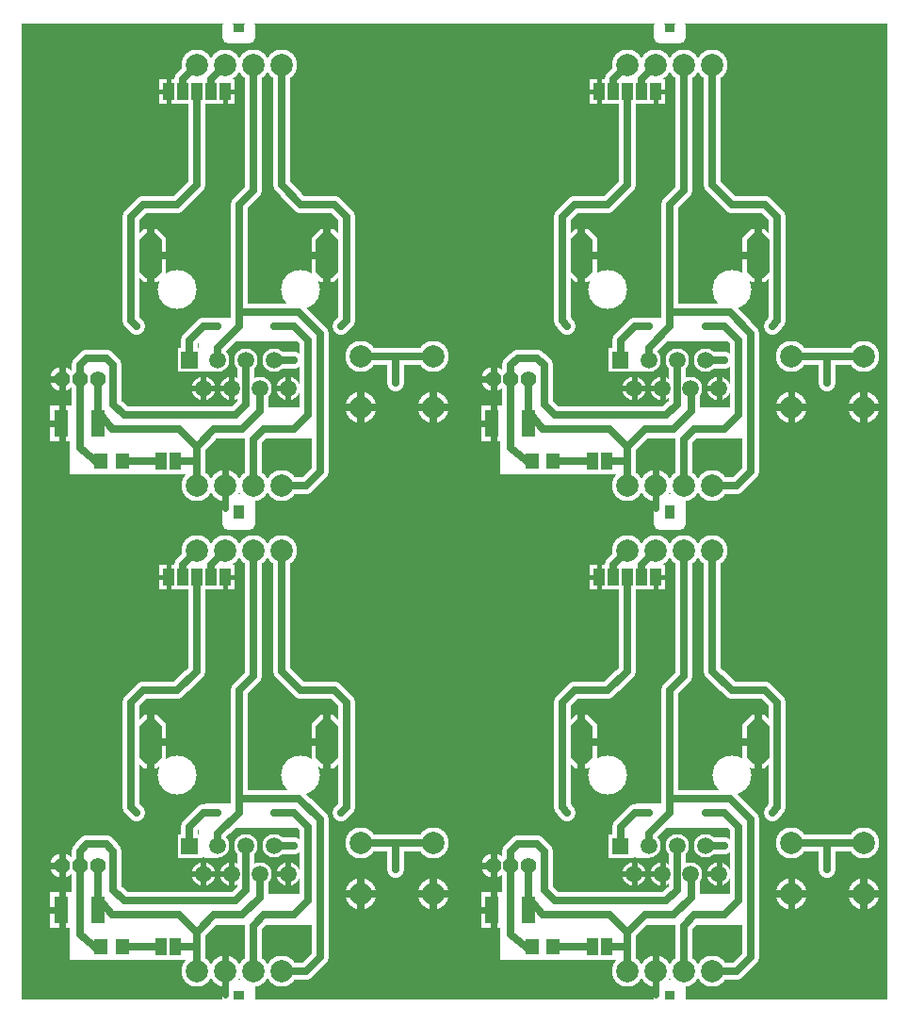
<source format=gbr>
%FSLAX34Y34*%
%MOMM*%
%LNCOPPER_BOTTOM*%
G71*
G01*
%ADD10C, 3.500*%
%ADD11C, 2.100*%
%ADD12C, 2.200*%
%ADD13C, 2.800*%
%ADD14C, 1.500*%
%ADD15C, 1.100*%
%ADD16C, 1.100*%
%ADD17C, 1.000*%
%ADD18C, 0.500*%
%ADD19C, 0.600*%
%ADD20R, 1.800X2.300*%
%ADD21C, 0.400*%
%ADD22C, 0.100*%
%ADD23C, 0.700*%
%ADD24R, 2.100X2.200*%
%ADD25C, 0.667*%
%ADD26C, 1.500*%
%ADD27C, 1.400*%
%ADD28C, 2.000*%
%ADD29C, 0.700*%
%ADD30C, 0.700*%
%ADD31R, 1.000X1.500*%
%ADD32R, 1.300X1.400*%
%LPD*%
G36*
X12Y12D02*
X778012Y12D01*
X778012Y-875988D01*
X12Y-875988D01*
X12Y12D01*
G37*
%LPC*%
X250825Y-238125D02*
G54D10*
D03*
X201612Y-301625D02*
G54D11*
D03*
X188812Y-327025D02*
G54D11*
D03*
X163412Y-327025D02*
G54D11*
D03*
X227012Y-301625D02*
G54D11*
D03*
G36*
X161312Y-312125D02*
X140312Y-312125D01*
X140312Y-291125D01*
X161312Y-291125D01*
X161312Y-312125D01*
G37*
X214212Y-327025D02*
G54D11*
D03*
X239612Y-327025D02*
G54D11*
D03*
X176212Y-301625D02*
G54D11*
D03*
X139700Y-238125D02*
G54D10*
D03*
G36*
X101912Y-192152D02*
X110102Y-183962D01*
X121722Y-183962D01*
X129912Y-192152D01*
X129912Y-223772D01*
X121722Y-231962D01*
X110102Y-231962D01*
X101912Y-223772D01*
X101912Y-192152D01*
G37*
G36*
X260612Y-192152D02*
X268802Y-183962D01*
X280422Y-183962D01*
X288612Y-192152D01*
X288612Y-223772D01*
X280422Y-231962D01*
X268802Y-231962D01*
X260612Y-223772D01*
X260612Y-192152D01*
G37*
X36538Y-319062D02*
G54D12*
D03*
X52388Y-319088D02*
G54D12*
D03*
X68262Y-319088D02*
G54D12*
D03*
X369912Y-344462D02*
G54D13*
D03*
X369888Y-298450D02*
G54D13*
D03*
X304812Y-344462D02*
G54D13*
D03*
X304800Y-298575D02*
G54D13*
D03*
X233362Y-414338D02*
G54D13*
D03*
X207962Y-414338D02*
G54D13*
D03*
X182562Y-414338D02*
G54D13*
D03*
X157162Y-414338D02*
G54D13*
D03*
G54D14*
X214312Y-328612D02*
X214312Y-347662D01*
X198438Y-363538D01*
X173038Y-363538D01*
X157162Y-379412D01*
X157162Y-411162D01*
G54D14*
X68262Y-319088D02*
X68262Y-347662D01*
X80962Y-363538D01*
X141288Y-363538D01*
X157162Y-379412D01*
G54D14*
X201612Y-300038D02*
X201612Y-341312D01*
X192088Y-350838D01*
X92075Y-350838D01*
X82550Y-341312D01*
G54D14*
X82550Y-341312D02*
X82550Y-306388D01*
X76200Y-300038D01*
G54D14*
X76200Y-300038D02*
X58738Y-300038D01*
X52388Y-306388D01*
X52388Y-319088D01*
G54D14*
X268300Y-301612D02*
X268300Y-401625D01*
X255600Y-414325D01*
X233375Y-414325D01*
X287350Y-271450D02*
G54D15*
D03*
X227012Y-271462D02*
G54D16*
D03*
G54D14*
X268300Y-301612D02*
X268300Y-277800D01*
X249250Y-258750D01*
X103188Y-363538D02*
G54D15*
D03*
X336550Y-322262D02*
G54D15*
D03*
G54D14*
X227012Y-301625D02*
X244475Y-301625D01*
X103200Y-271450D02*
G54D15*
D03*
X176212Y-271462D02*
G54D15*
D03*
X244475Y-301625D02*
G54D15*
D03*
X185800Y-436562D02*
G54D17*
D03*
X185800Y-433388D02*
G54D17*
D03*
X185800Y-430212D02*
G54D17*
D03*
X185800Y-427038D02*
G54D17*
D03*
X188975Y-427038D02*
G54D17*
D03*
X192150Y-427038D02*
G54D17*
D03*
X195325Y-427038D02*
G54D17*
D03*
X198500Y-427038D02*
G54D17*
D03*
X201675Y-427038D02*
G54D17*
D03*
X204850Y-427038D02*
G54D17*
D03*
X204850Y-430212D02*
G54D17*
D03*
X204850Y-433388D02*
G54D17*
D03*
X204850Y-436562D02*
G54D17*
D03*
X185800Y-3175D02*
G54D17*
D03*
X185800Y-6350D02*
G54D17*
D03*
X185800Y-9525D02*
G54D17*
D03*
X185800Y-12700D02*
G54D17*
D03*
X188975Y-12700D02*
G54D17*
D03*
X192150Y-12700D02*
G54D17*
D03*
X195325Y-12700D02*
G54D17*
D03*
X198500Y-12700D02*
G54D17*
D03*
X201675Y-12700D02*
G54D17*
D03*
X204850Y-12700D02*
G54D17*
D03*
X204850Y-9525D02*
G54D17*
D03*
X204850Y-6350D02*
G54D17*
D03*
X204850Y-3175D02*
G54D17*
D03*
X185800Y-438150D02*
G54D17*
D03*
X204850Y-438150D02*
G54D17*
D03*
X204850Y-434975D02*
G54D17*
D03*
X204850Y-431800D02*
G54D17*
D03*
X204850Y-428625D02*
G54D17*
D03*
X203262Y-427038D02*
G54D17*
D03*
X200088Y-427038D02*
G54D17*
D03*
X196912Y-427038D02*
G54D17*
D03*
X193738Y-427038D02*
G54D17*
D03*
X190562Y-427038D02*
G54D17*
D03*
X187388Y-427038D02*
G54D17*
D03*
X185800Y-428625D02*
G54D17*
D03*
X185800Y-431800D02*
G54D17*
D03*
X185800Y-434975D02*
G54D17*
D03*
X185800Y-4762D02*
G54D17*
D03*
X185800Y-7938D02*
G54D17*
D03*
X185800Y-11112D02*
G54D17*
D03*
X187388Y-12700D02*
G54D17*
D03*
X190562Y-12700D02*
G54D17*
D03*
X193738Y-12700D02*
G54D17*
D03*
X196912Y-12700D02*
G54D17*
D03*
X200088Y-12700D02*
G54D17*
D03*
X203262Y-12700D02*
G54D17*
D03*
X204850Y-11112D02*
G54D17*
D03*
X204850Y-7938D02*
G54D17*
D03*
X204850Y-4762D02*
G54D17*
D03*
X185800Y-1588D02*
G54D17*
D03*
X204850Y-1588D02*
G54D17*
D03*
G54D18*
X163525Y-327012D02*
X149238Y-327012D01*
G54D18*
X188925Y-327012D02*
X163525Y-327012D01*
G54D18*
X228612Y-327012D02*
X239725Y-327012D01*
G54D18*
X163525Y-339712D02*
X163525Y-314312D01*
G54D18*
X188925Y-339712D02*
X188925Y-314312D01*
G54D18*
X239725Y-339712D02*
X239725Y-314312D01*
G54D19*
X182575Y-396862D02*
X182575Y-434962D01*
G54D19*
X34938Y-358762D02*
X19062Y-358762D01*
G54D19*
X36525Y-304788D02*
X36525Y-331775D01*
G54D19*
X34938Y-319075D02*
X20650Y-319075D01*
G54D19*
X36525Y-339712D02*
X36525Y-376225D01*
X169875Y-60312D02*
G54D20*
D03*
X144475Y-60312D02*
G54D20*
D03*
X182575Y-60312D02*
G54D20*
D03*
X157175Y-60312D02*
G54D20*
D03*
G54D14*
X157175Y-36500D02*
X144475Y-49200D01*
X144475Y-55550D01*
G54D14*
X182575Y-36500D02*
X169875Y-49200D01*
X169875Y-57138D01*
X131775Y-60312D02*
G54D20*
D03*
G54D21*
X182575Y-60312D02*
X182575Y-74600D01*
G54D21*
X182575Y-60312D02*
X195275Y-60312D01*
G54D21*
X131775Y-60312D02*
X117488Y-60312D01*
G54D21*
X131775Y-42850D02*
X131775Y-77775D01*
G36*
X57112Y-344462D02*
X274612Y-344462D01*
X274612Y-371462D01*
X57112Y-371462D01*
X57112Y-344462D01*
G37*
G54D22*
X57112Y-344462D02*
X274612Y-344462D01*
X274612Y-371462D01*
X57112Y-371462D01*
X57112Y-344462D01*
G54D14*
X157175Y-60312D02*
X157175Y-144450D01*
X139712Y-161913D01*
G54D14*
X139712Y-161913D02*
X109550Y-161913D01*
X98438Y-173025D01*
G54D14*
X233375Y-36500D02*
X233375Y-144450D01*
X250838Y-161913D01*
G54D14*
X250838Y-161913D02*
X281000Y-161913D01*
X292112Y-173025D01*
G54D14*
X304812Y-298438D02*
X369900Y-298438D01*
G54D14*
X150825Y-301612D02*
X150825Y-284150D01*
X163525Y-271450D01*
X176225Y-271450D01*
G54D14*
X227025Y-271450D02*
X244488Y-271450D01*
X257188Y-284150D01*
G54D14*
X257188Y-284150D02*
X257188Y-350825D01*
X244488Y-363525D01*
G54D14*
X244488Y-363525D02*
X217500Y-363525D01*
X207975Y-373050D01*
X207975Y-414325D01*
G54D14*
X249250Y-258750D02*
X195275Y-258750D01*
G54D14*
X292112Y-173025D02*
X292112Y-266688D01*
X287350Y-271450D01*
G54D14*
X336563Y-322250D02*
X336576Y-298424D01*
G36*
X158812Y-276162D02*
X176212Y-276162D01*
X176212Y-311162D01*
X158812Y-311162D01*
X158812Y-276162D01*
G37*
G54D22*
X158812Y-276162D02*
X176212Y-276162D01*
X176212Y-311162D01*
X158812Y-311162D01*
X158812Y-276162D01*
G36*
X54012Y-303162D02*
X80975Y-303162D01*
X80975Y-312762D01*
X54012Y-312762D01*
X54012Y-303150D01*
X54012Y-303162D01*
G37*
G54D22*
X54012Y-303162D02*
X80975Y-303162D01*
X80975Y-312762D01*
X54012Y-312762D01*
X54012Y-303150D01*
X54012Y-303162D01*
G54D23*
X115900Y-207950D02*
X136538Y-207950D01*
G54D23*
X254012Y-207950D02*
X274650Y-207950D01*
G54D23*
X115900Y-179375D02*
X115900Y-234938D01*
G54D23*
X274650Y-179375D02*
X274650Y-234938D01*
G36*
X249212Y-284162D02*
X165112Y-284162D01*
X165112Y-263562D01*
X249212Y-263562D01*
X249212Y-284162D01*
G37*
G54D22*
X249212Y-284162D02*
X165112Y-284162D01*
X165112Y-263562D01*
X249212Y-263562D01*
X249212Y-284162D01*
G54D14*
X98350Y-173025D02*
X98350Y-266688D01*
X103112Y-271450D01*
G54D14*
X176225Y-300025D02*
X176225Y-290500D01*
X195275Y-271450D01*
X195275Y-161913D01*
G54D14*
X195275Y-161913D02*
X207975Y-149213D01*
X207975Y-36500D01*
G54D14*
X52400Y-319075D02*
X52400Y-380988D01*
X69862Y-395275D01*
X125425Y-392100D02*
G54D20*
D03*
X138125Y-392100D02*
G54D20*
D03*
G54D14*
X90450Y-392100D02*
X125425Y-392100D01*
G54D14*
X157175Y-392100D02*
X138125Y-392100D01*
G36*
X42912Y-371450D02*
X152412Y-371462D01*
X152412Y-403250D01*
X42875Y-403212D01*
X42912Y-371450D01*
G37*
G54D22*
X42912Y-371450D02*
X152412Y-371462D01*
X152412Y-403250D01*
X42875Y-403212D01*
X42912Y-371450D01*
X71450Y-392100D02*
G54D24*
D03*
X90450Y-392100D02*
G54D24*
D03*
G36*
X58276Y-342762D02*
X78276Y-342762D01*
X78276Y-374762D01*
X58276Y-374762D01*
X58276Y-342762D01*
G37*
G36*
X25476Y-342762D02*
X45476Y-342762D01*
X45476Y-374762D01*
X25476Y-374762D01*
X25476Y-342762D01*
G37*
X157162Y-36462D02*
G54D13*
D03*
X182562Y-36462D02*
G54D13*
D03*
X207962Y-36462D02*
G54D13*
D03*
X233362Y-36462D02*
G54D13*
D03*
G36*
X63500Y-325438D02*
X63500Y-344462D01*
X57075Y-344462D01*
X57075Y-325438D01*
X63500Y-325438D01*
G37*
G54D22*
X63500Y-325438D02*
X63500Y-344462D01*
X57075Y-344462D01*
X57075Y-325438D01*
X63500Y-325438D01*
X638175Y-238125D02*
G54D10*
D03*
X588962Y-301625D02*
G54D11*
D03*
X576162Y-327025D02*
G54D11*
D03*
X550762Y-327025D02*
G54D11*
D03*
X614362Y-301625D02*
G54D11*
D03*
G36*
X548662Y-312125D02*
X527662Y-312125D01*
X527662Y-291125D01*
X548662Y-291125D01*
X548662Y-312125D01*
G37*
X601562Y-327025D02*
G54D11*
D03*
X626962Y-327025D02*
G54D11*
D03*
X563562Y-301625D02*
G54D11*
D03*
X527050Y-238125D02*
G54D10*
D03*
G36*
X489262Y-192152D02*
X497452Y-183962D01*
X509072Y-183962D01*
X517262Y-192152D01*
X517262Y-223772D01*
X509072Y-231962D01*
X497452Y-231962D01*
X489262Y-223772D01*
X489262Y-192152D01*
G37*
G36*
X647962Y-192152D02*
X656152Y-183962D01*
X667772Y-183962D01*
X675962Y-192152D01*
X675962Y-223772D01*
X667772Y-231962D01*
X656152Y-231962D01*
X647962Y-223772D01*
X647962Y-192152D01*
G37*
X423888Y-319062D02*
G54D12*
D03*
X439738Y-319088D02*
G54D12*
D03*
X455612Y-319088D02*
G54D12*
D03*
X757262Y-344462D02*
G54D13*
D03*
X757238Y-298450D02*
G54D13*
D03*
X692162Y-344462D02*
G54D13*
D03*
X692150Y-298575D02*
G54D13*
D03*
X620712Y-414338D02*
G54D13*
D03*
X595312Y-414338D02*
G54D13*
D03*
X569912Y-414338D02*
G54D13*
D03*
X544512Y-414338D02*
G54D13*
D03*
G54D14*
X601662Y-328612D02*
X601662Y-347662D01*
X585788Y-363538D01*
X560388Y-363538D01*
X544512Y-379412D01*
X544512Y-411162D01*
G54D14*
X455612Y-319088D02*
X455612Y-347662D01*
X468312Y-363538D01*
X528638Y-363538D01*
X544512Y-379412D01*
G54D14*
X588962Y-300038D02*
X588962Y-341312D01*
X579438Y-350838D01*
X479425Y-350838D01*
X469900Y-341312D01*
G54D14*
X469900Y-341312D02*
X469900Y-306388D01*
X463550Y-300038D01*
G54D14*
X463550Y-300038D02*
X446088Y-300038D01*
X439738Y-306388D01*
X439738Y-319088D01*
G54D14*
X655650Y-301612D02*
X655650Y-401625D01*
X642950Y-414325D01*
X620725Y-414325D01*
X674700Y-271450D02*
G54D15*
D03*
X614362Y-271462D02*
G54D16*
D03*
G54D14*
X655650Y-301612D02*
X655650Y-277800D01*
X636600Y-258750D01*
X490538Y-363538D02*
G54D15*
D03*
X723900Y-322262D02*
G54D15*
D03*
G54D14*
X614362Y-301625D02*
X631825Y-301625D01*
X490550Y-271450D02*
G54D15*
D03*
X563562Y-271462D02*
G54D15*
D03*
X631825Y-301625D02*
G54D15*
D03*
X573150Y-436562D02*
G54D17*
D03*
X573150Y-433388D02*
G54D17*
D03*
X573150Y-430212D02*
G54D17*
D03*
X573150Y-427038D02*
G54D17*
D03*
X576325Y-427038D02*
G54D17*
D03*
X579500Y-427038D02*
G54D17*
D03*
X582675Y-427038D02*
G54D17*
D03*
X585850Y-427038D02*
G54D17*
D03*
X589025Y-427038D02*
G54D17*
D03*
X592200Y-427038D02*
G54D17*
D03*
X592200Y-430212D02*
G54D17*
D03*
X592200Y-433388D02*
G54D17*
D03*
X592200Y-436562D02*
G54D17*
D03*
X573150Y-3175D02*
G54D17*
D03*
X573150Y-6350D02*
G54D17*
D03*
X573150Y-9525D02*
G54D17*
D03*
X573150Y-12700D02*
G54D17*
D03*
X576325Y-12700D02*
G54D17*
D03*
X579500Y-12700D02*
G54D17*
D03*
X582675Y-12700D02*
G54D17*
D03*
X585850Y-12700D02*
G54D17*
D03*
X589025Y-12700D02*
G54D17*
D03*
X592200Y-12700D02*
G54D17*
D03*
X592200Y-9525D02*
G54D17*
D03*
X592200Y-6350D02*
G54D17*
D03*
X592200Y-3175D02*
G54D17*
D03*
X573150Y-438150D02*
G54D17*
D03*
X592200Y-438150D02*
G54D17*
D03*
X592200Y-434975D02*
G54D17*
D03*
X592200Y-431800D02*
G54D17*
D03*
X592200Y-428625D02*
G54D17*
D03*
X590612Y-427038D02*
G54D17*
D03*
X587438Y-427038D02*
G54D17*
D03*
X584262Y-427038D02*
G54D17*
D03*
X581088Y-427038D02*
G54D17*
D03*
X577912Y-427038D02*
G54D17*
D03*
X574738Y-427038D02*
G54D17*
D03*
X573150Y-428625D02*
G54D17*
D03*
X573150Y-431800D02*
G54D17*
D03*
X573150Y-434975D02*
G54D17*
D03*
X573150Y-4762D02*
G54D17*
D03*
X573150Y-7938D02*
G54D17*
D03*
X573150Y-11112D02*
G54D17*
D03*
X574738Y-12700D02*
G54D17*
D03*
X577912Y-12700D02*
G54D17*
D03*
X581088Y-12700D02*
G54D17*
D03*
X584262Y-12700D02*
G54D17*
D03*
X587438Y-12700D02*
G54D17*
D03*
X590612Y-12700D02*
G54D17*
D03*
X592200Y-11112D02*
G54D17*
D03*
X592200Y-7938D02*
G54D17*
D03*
X592200Y-4762D02*
G54D17*
D03*
X573150Y-1588D02*
G54D17*
D03*
X592200Y-1588D02*
G54D17*
D03*
G54D18*
X550875Y-327012D02*
X536588Y-327012D01*
G54D18*
X576275Y-327012D02*
X550875Y-327012D01*
G54D18*
X615962Y-327012D02*
X627075Y-327012D01*
G54D18*
X550875Y-339712D02*
X550875Y-314312D01*
G54D18*
X576275Y-339712D02*
X576275Y-314312D01*
G54D18*
X627075Y-339712D02*
X627075Y-314312D01*
G54D19*
X569925Y-396862D02*
X569925Y-434962D01*
G54D19*
X422288Y-358762D02*
X406412Y-358762D01*
G54D19*
X423875Y-304788D02*
X423875Y-331775D01*
G54D19*
X422288Y-319075D02*
X408000Y-319075D01*
G54D19*
X423875Y-339712D02*
X423875Y-376225D01*
X557225Y-60312D02*
G54D20*
D03*
X531825Y-60312D02*
G54D20*
D03*
X569925Y-60312D02*
G54D20*
D03*
X544525Y-60312D02*
G54D20*
D03*
G54D14*
X544525Y-36500D02*
X531825Y-49200D01*
X531825Y-55550D01*
G54D14*
X569925Y-36500D02*
X557225Y-49200D01*
X557225Y-57138D01*
X519125Y-60312D02*
G54D20*
D03*
G54D21*
X569925Y-60312D02*
X569925Y-74600D01*
G54D21*
X569925Y-60312D02*
X582625Y-60312D01*
G54D21*
X519125Y-60312D02*
X504838Y-60312D01*
G54D21*
X519125Y-42850D02*
X519125Y-77775D01*
G36*
X444462Y-344462D02*
X661962Y-344462D01*
X661962Y-371462D01*
X444462Y-371462D01*
X444462Y-344462D01*
G37*
G54D22*
X444462Y-344462D02*
X661962Y-344462D01*
X661962Y-371462D01*
X444462Y-371462D01*
X444462Y-344462D01*
G54D14*
X544525Y-60312D02*
X544525Y-144450D01*
X527062Y-161913D01*
G54D14*
X527062Y-161913D02*
X496900Y-161913D01*
X485788Y-173025D01*
G54D14*
X620725Y-36500D02*
X620725Y-144450D01*
X638188Y-161913D01*
G54D14*
X638188Y-161913D02*
X668350Y-161913D01*
X679462Y-173025D01*
G54D14*
X692162Y-298438D02*
X757250Y-298438D01*
G54D14*
X538175Y-301612D02*
X538175Y-284150D01*
X550875Y-271450D01*
X563575Y-271450D01*
G54D14*
X614375Y-271450D02*
X631838Y-271450D01*
X644538Y-284150D01*
G54D14*
X644538Y-284150D02*
X644538Y-350825D01*
X631838Y-363525D01*
G54D14*
X631838Y-363525D02*
X604850Y-363525D01*
X595325Y-373050D01*
X595325Y-414325D01*
G54D14*
X636600Y-258750D02*
X582625Y-258750D01*
G54D14*
X679462Y-173025D02*
X679462Y-266688D01*
X674700Y-271450D01*
G54D14*
X723913Y-322250D02*
X723926Y-298424D01*
G36*
X546162Y-276162D02*
X563562Y-276162D01*
X563562Y-311162D01*
X546162Y-311162D01*
X546162Y-276162D01*
G37*
G54D22*
X546162Y-276162D02*
X563562Y-276162D01*
X563562Y-311162D01*
X546162Y-311162D01*
X546162Y-276162D01*
G36*
X441362Y-303162D02*
X468325Y-303162D01*
X468325Y-312762D01*
X441362Y-312762D01*
X441362Y-303150D01*
X441362Y-303162D01*
G37*
G54D22*
X441362Y-303162D02*
X468325Y-303162D01*
X468325Y-312762D01*
X441362Y-312762D01*
X441362Y-303150D01*
X441362Y-303162D01*
G54D23*
X503250Y-207950D02*
X523888Y-207950D01*
G54D23*
X641362Y-207950D02*
X662000Y-207950D01*
G54D23*
X503250Y-179375D02*
X503250Y-234938D01*
G54D23*
X662000Y-179375D02*
X662000Y-234938D01*
G36*
X636562Y-284162D02*
X552462Y-284162D01*
X552462Y-263562D01*
X636562Y-263562D01*
X636562Y-284162D01*
G37*
G54D22*
X636562Y-284162D02*
X552462Y-284162D01*
X552462Y-263562D01*
X636562Y-263562D01*
X636562Y-284162D01*
G54D14*
X485700Y-173025D02*
X485700Y-266688D01*
X490462Y-271450D01*
G54D14*
X563575Y-300025D02*
X563575Y-290500D01*
X582625Y-271450D01*
X582625Y-161913D01*
G54D14*
X582625Y-161913D02*
X595325Y-149213D01*
X595325Y-36500D01*
G54D14*
X439750Y-319075D02*
X439750Y-380988D01*
X457212Y-395275D01*
X512775Y-392100D02*
G54D20*
D03*
X525475Y-392100D02*
G54D20*
D03*
G54D14*
X477800Y-392100D02*
X512775Y-392100D01*
G54D14*
X544525Y-392100D02*
X525475Y-392100D01*
G36*
X430262Y-371450D02*
X539762Y-371462D01*
X539762Y-403250D01*
X430225Y-403212D01*
X430262Y-371450D01*
G37*
G54D22*
X430262Y-371450D02*
X539762Y-371462D01*
X539762Y-403250D01*
X430225Y-403212D01*
X430262Y-371450D01*
X458800Y-392100D02*
G54D24*
D03*
X477800Y-392100D02*
G54D24*
D03*
G36*
X445626Y-342762D02*
X465626Y-342762D01*
X465626Y-374762D01*
X445626Y-374762D01*
X445626Y-342762D01*
G37*
G36*
X412826Y-342762D02*
X432826Y-342762D01*
X432826Y-374762D01*
X412826Y-374762D01*
X412826Y-342762D01*
G37*
X544512Y-36462D02*
G54D13*
D03*
X569912Y-36462D02*
G54D13*
D03*
X595312Y-36462D02*
G54D13*
D03*
X620712Y-36462D02*
G54D13*
D03*
G36*
X450850Y-325438D02*
X450850Y-344462D01*
X444425Y-344462D01*
X444425Y-325438D01*
X450850Y-325438D01*
G37*
G54D22*
X450850Y-325438D02*
X450850Y-344462D01*
X444425Y-344462D01*
X444425Y-325438D01*
X450850Y-325438D01*
X250825Y-674688D02*
G54D10*
D03*
X201612Y-738188D02*
G54D11*
D03*
X188812Y-763588D02*
G54D11*
D03*
X163412Y-763588D02*
G54D11*
D03*
X227012Y-738188D02*
G54D11*
D03*
G36*
X161312Y-748688D02*
X140312Y-748688D01*
X140312Y-727688D01*
X161312Y-727688D01*
X161312Y-748688D01*
G37*
X214212Y-763588D02*
G54D11*
D03*
X239612Y-763588D02*
G54D11*
D03*
X176212Y-738188D02*
G54D11*
D03*
X139700Y-674688D02*
G54D10*
D03*
G36*
X101912Y-628715D02*
X110102Y-620525D01*
X121722Y-620525D01*
X129912Y-628715D01*
X129912Y-660335D01*
X121722Y-668525D01*
X110102Y-668525D01*
X101912Y-660335D01*
X101912Y-628715D01*
G37*
G36*
X260612Y-628715D02*
X268802Y-620525D01*
X280422Y-620525D01*
X288612Y-628715D01*
X288612Y-660335D01*
X280422Y-668525D01*
X268802Y-668525D01*
X260612Y-660335D01*
X260612Y-628715D01*
G37*
X36538Y-755625D02*
G54D12*
D03*
X52388Y-755650D02*
G54D12*
D03*
X68262Y-755650D02*
G54D12*
D03*
X369912Y-781025D02*
G54D13*
D03*
X369888Y-735012D02*
G54D13*
D03*
X304812Y-781025D02*
G54D13*
D03*
X304800Y-735138D02*
G54D13*
D03*
X233362Y-850900D02*
G54D13*
D03*
X207962Y-850900D02*
G54D13*
D03*
X182562Y-850900D02*
G54D13*
D03*
X157162Y-850900D02*
G54D13*
D03*
G54D14*
X214312Y-765175D02*
X214312Y-784225D01*
X198438Y-800100D01*
X173038Y-800100D01*
X157162Y-815975D01*
X157162Y-847725D01*
G54D14*
X68262Y-755650D02*
X68262Y-784225D01*
X80962Y-800100D01*
X141288Y-800100D01*
X157162Y-815975D01*
G54D14*
X201612Y-736600D02*
X201612Y-777875D01*
X192088Y-787400D01*
X92075Y-787400D01*
X82550Y-777875D01*
G54D14*
X82550Y-777875D02*
X82550Y-742950D01*
X76200Y-736600D01*
G54D14*
X76200Y-736600D02*
X58738Y-736600D01*
X52388Y-742950D01*
X52388Y-755650D01*
G54D14*
X268300Y-738175D02*
X268300Y-838188D01*
X255600Y-850888D01*
X233375Y-850888D01*
X287350Y-708012D02*
G54D15*
D03*
X227012Y-708025D02*
G54D16*
D03*
G54D14*
X268300Y-738175D02*
X268300Y-714362D01*
X249250Y-695312D01*
X103188Y-800100D02*
G54D15*
D03*
X336550Y-758825D02*
G54D15*
D03*
G54D14*
X227012Y-738188D02*
X244475Y-738188D01*
X103200Y-708012D02*
G54D15*
D03*
X176212Y-708025D02*
G54D15*
D03*
X244475Y-738188D02*
G54D15*
D03*
X185800Y-873125D02*
G54D17*
D03*
X185800Y-869950D02*
G54D17*
D03*
X185800Y-866775D02*
G54D17*
D03*
X185800Y-863600D02*
G54D17*
D03*
X188975Y-863600D02*
G54D17*
D03*
X192150Y-863600D02*
G54D17*
D03*
X195325Y-863600D02*
G54D17*
D03*
X198500Y-863600D02*
G54D17*
D03*
X201675Y-863600D02*
G54D17*
D03*
X204850Y-863600D02*
G54D17*
D03*
X204850Y-866775D02*
G54D17*
D03*
X204850Y-869950D02*
G54D17*
D03*
X204850Y-873125D02*
G54D17*
D03*
X185800Y-439738D02*
G54D17*
D03*
X185800Y-442912D02*
G54D17*
D03*
X185800Y-446088D02*
G54D17*
D03*
X185800Y-449262D02*
G54D17*
D03*
X188975Y-449262D02*
G54D17*
D03*
X192150Y-449262D02*
G54D17*
D03*
X195325Y-449262D02*
G54D17*
D03*
X198500Y-449262D02*
G54D17*
D03*
X201675Y-449262D02*
G54D17*
D03*
X204850Y-449262D02*
G54D17*
D03*
X204850Y-446088D02*
G54D17*
D03*
X204850Y-442912D02*
G54D17*
D03*
X204850Y-439738D02*
G54D17*
D03*
X185800Y-874712D02*
G54D17*
D03*
X204850Y-874712D02*
G54D17*
D03*
X204850Y-871538D02*
G54D17*
D03*
X204850Y-868362D02*
G54D17*
D03*
X204850Y-865188D02*
G54D17*
D03*
X203262Y-863600D02*
G54D17*
D03*
X200088Y-863600D02*
G54D17*
D03*
X196912Y-863600D02*
G54D17*
D03*
X193738Y-863600D02*
G54D17*
D03*
X190562Y-863600D02*
G54D17*
D03*
X187388Y-863600D02*
G54D17*
D03*
X185800Y-865188D02*
G54D17*
D03*
X185800Y-868362D02*
G54D17*
D03*
X185800Y-871538D02*
G54D17*
D03*
X185800Y-441325D02*
G54D17*
D03*
X185800Y-444500D02*
G54D17*
D03*
X185800Y-447675D02*
G54D17*
D03*
X187388Y-449262D02*
G54D17*
D03*
X190562Y-449262D02*
G54D17*
D03*
X193738Y-449262D02*
G54D17*
D03*
X196912Y-449262D02*
G54D17*
D03*
X200088Y-449262D02*
G54D17*
D03*
X203262Y-449262D02*
G54D17*
D03*
X204850Y-447675D02*
G54D17*
D03*
X204850Y-444500D02*
G54D17*
D03*
X204850Y-441325D02*
G54D17*
D03*
X185800Y-438150D02*
G54D17*
D03*
X204850Y-438150D02*
G54D17*
D03*
G54D18*
X163525Y-763575D02*
X149238Y-763575D01*
G54D18*
X188925Y-763575D02*
X163525Y-763575D01*
G54D18*
X228612Y-763575D02*
X239725Y-763575D01*
G54D18*
X163525Y-776275D02*
X163525Y-750875D01*
G54D18*
X188925Y-776275D02*
X188925Y-750875D01*
G54D18*
X239725Y-776275D02*
X239725Y-750875D01*
G54D19*
X182575Y-833425D02*
X182575Y-871525D01*
G54D19*
X34938Y-795325D02*
X19062Y-795325D01*
G54D19*
X36525Y-741350D02*
X36525Y-768338D01*
G54D19*
X34938Y-755638D02*
X20650Y-755638D01*
G54D19*
X36525Y-776275D02*
X36525Y-812788D01*
X169875Y-496875D02*
G54D20*
D03*
X144475Y-496875D02*
G54D20*
D03*
X182575Y-496875D02*
G54D20*
D03*
X157175Y-496875D02*
G54D20*
D03*
G54D14*
X157175Y-473062D02*
X144475Y-485762D01*
X144475Y-492112D01*
G54D14*
X182575Y-473062D02*
X169875Y-485762D01*
X169875Y-493700D01*
X131775Y-496875D02*
G54D20*
D03*
G54D21*
X182575Y-496875D02*
X182575Y-511162D01*
G54D21*
X182575Y-496875D02*
X195275Y-496875D01*
G54D21*
X131775Y-496875D02*
X117488Y-496875D01*
G54D21*
X131775Y-479412D02*
X131775Y-514338D01*
G36*
X57112Y-781025D02*
X274612Y-781025D01*
X274612Y-808025D01*
X57112Y-808025D01*
X57112Y-781025D01*
G37*
G54D22*
X57112Y-781025D02*
X274612Y-781025D01*
X274612Y-808025D01*
X57112Y-808025D01*
X57112Y-781025D01*
G54D14*
X157175Y-496875D02*
X157175Y-581012D01*
X139712Y-598475D01*
G54D14*
X139712Y-598475D02*
X109550Y-598475D01*
X98438Y-609588D01*
G54D14*
X233375Y-473062D02*
X233375Y-581012D01*
X250838Y-598475D01*
G54D14*
X250838Y-598475D02*
X281000Y-598475D01*
X292112Y-609588D01*
G54D14*
X304812Y-735000D02*
X369900Y-735000D01*
G54D14*
X150825Y-738175D02*
X150825Y-720712D01*
X163525Y-708012D01*
X176225Y-708012D01*
G54D14*
X227025Y-708012D02*
X244488Y-708012D01*
X257188Y-720712D01*
G54D14*
X257188Y-720712D02*
X257188Y-787388D01*
X244488Y-800088D01*
G54D14*
X244488Y-800088D02*
X217500Y-800088D01*
X207975Y-809612D01*
X207975Y-850888D01*
G54D14*
X249250Y-695312D02*
X195275Y-695312D01*
G54D14*
X292112Y-609588D02*
X292112Y-703250D01*
X287350Y-708012D01*
G54D14*
X336563Y-758812D02*
X336576Y-734987D01*
G36*
X158812Y-712725D02*
X176212Y-712725D01*
X176212Y-747725D01*
X158812Y-747725D01*
X158812Y-712725D01*
G37*
G54D22*
X158812Y-712725D02*
X176212Y-712725D01*
X176212Y-747725D01*
X158812Y-747725D01*
X158812Y-712725D01*
G36*
X54012Y-739725D02*
X80975Y-739725D01*
X80975Y-749325D01*
X54012Y-749325D01*
X54012Y-739712D01*
X54012Y-739725D01*
G37*
G54D22*
X54012Y-739725D02*
X80975Y-739725D01*
X80975Y-749325D01*
X54012Y-749325D01*
X54012Y-739712D01*
X54012Y-739725D01*
G54D23*
X115900Y-644512D02*
X136538Y-644512D01*
G54D23*
X254012Y-644512D02*
X274650Y-644512D01*
G54D23*
X115900Y-615938D02*
X115900Y-671500D01*
G54D23*
X274650Y-615938D02*
X274650Y-671500D01*
G36*
X249212Y-720725D02*
X165112Y-720725D01*
X165112Y-700125D01*
X249212Y-700125D01*
X249212Y-720725D01*
G37*
G54D22*
X249212Y-720725D02*
X165112Y-720725D01*
X165112Y-700125D01*
X249212Y-700125D01*
X249212Y-720725D01*
G54D14*
X98350Y-609588D02*
X98350Y-703250D01*
X103112Y-708012D01*
G54D14*
X176225Y-736588D02*
X176225Y-727062D01*
X195275Y-708012D01*
X195275Y-598475D01*
G54D14*
X195275Y-598475D02*
X207975Y-585775D01*
X207975Y-473062D01*
G54D14*
X52400Y-755638D02*
X52400Y-817550D01*
X69862Y-831838D01*
X125425Y-828662D02*
G54D20*
D03*
X138125Y-828662D02*
G54D20*
D03*
G54D14*
X90450Y-828662D02*
X125425Y-828662D01*
G54D14*
X157175Y-828662D02*
X138125Y-828662D01*
G36*
X42912Y-808012D02*
X152412Y-808025D01*
X152412Y-839812D01*
X42875Y-839775D01*
X42912Y-808012D01*
G37*
G54D22*
X42912Y-808012D02*
X152412Y-808025D01*
X152412Y-839812D01*
X42875Y-839775D01*
X42912Y-808012D01*
X71450Y-828662D02*
G54D24*
D03*
X90450Y-828662D02*
G54D24*
D03*
G36*
X58276Y-779324D02*
X78276Y-779324D01*
X78276Y-811324D01*
X58276Y-811324D01*
X58276Y-779324D01*
G37*
G36*
X25476Y-779324D02*
X45476Y-779324D01*
X45476Y-811324D01*
X25476Y-811324D01*
X25476Y-779324D01*
G37*
X157162Y-473025D02*
G54D13*
D03*
X182562Y-473025D02*
G54D13*
D03*
X207962Y-473025D02*
G54D13*
D03*
X233362Y-473025D02*
G54D13*
D03*
G36*
X63500Y-762000D02*
X63500Y-781025D01*
X57075Y-781025D01*
X57075Y-762000D01*
X63500Y-762000D01*
G37*
G54D22*
X63500Y-762000D02*
X63500Y-781025D01*
X57075Y-781025D01*
X57075Y-762000D01*
X63500Y-762000D01*
X638175Y-674688D02*
G54D10*
D03*
X588962Y-738188D02*
G54D11*
D03*
X576162Y-763588D02*
G54D11*
D03*
X550762Y-763588D02*
G54D11*
D03*
X614362Y-738188D02*
G54D11*
D03*
G36*
X548662Y-748688D02*
X527662Y-748688D01*
X527662Y-727688D01*
X548662Y-727688D01*
X548662Y-748688D01*
G37*
X601562Y-763588D02*
G54D11*
D03*
X626962Y-763588D02*
G54D11*
D03*
X563562Y-738188D02*
G54D11*
D03*
X527050Y-674688D02*
G54D10*
D03*
G36*
X489262Y-628715D02*
X497452Y-620525D01*
X509072Y-620525D01*
X517262Y-628715D01*
X517262Y-660335D01*
X509072Y-668525D01*
X497452Y-668525D01*
X489262Y-660335D01*
X489262Y-628715D01*
G37*
G36*
X647962Y-628715D02*
X656152Y-620525D01*
X667772Y-620525D01*
X675962Y-628715D01*
X675962Y-660335D01*
X667772Y-668525D01*
X656152Y-668525D01*
X647962Y-660335D01*
X647962Y-628715D01*
G37*
X423888Y-755625D02*
G54D12*
D03*
X439738Y-755650D02*
G54D12*
D03*
X455612Y-755650D02*
G54D12*
D03*
X757262Y-781025D02*
G54D13*
D03*
X757238Y-735012D02*
G54D13*
D03*
X692162Y-781025D02*
G54D13*
D03*
X692150Y-735138D02*
G54D13*
D03*
X620712Y-850900D02*
G54D13*
D03*
X595312Y-850900D02*
G54D13*
D03*
X569912Y-850900D02*
G54D13*
D03*
X544512Y-850900D02*
G54D13*
D03*
G54D14*
X601662Y-765175D02*
X601662Y-784225D01*
X585788Y-800100D01*
X560388Y-800100D01*
X544512Y-815975D01*
X544512Y-847725D01*
G54D14*
X455612Y-755650D02*
X455612Y-784225D01*
X468312Y-800100D01*
X528638Y-800100D01*
X544512Y-815975D01*
G54D14*
X588962Y-736600D02*
X588962Y-777875D01*
X579438Y-787400D01*
X479425Y-787400D01*
X469900Y-777875D01*
G54D14*
X469900Y-777875D02*
X469900Y-742950D01*
X463550Y-736600D01*
G54D14*
X463550Y-736600D02*
X446088Y-736600D01*
X439738Y-742950D01*
X439738Y-755650D01*
G54D14*
X655650Y-738175D02*
X655650Y-838188D01*
X642950Y-850888D01*
X620725Y-850888D01*
X674700Y-708012D02*
G54D15*
D03*
X614362Y-708025D02*
G54D16*
D03*
G54D14*
X655650Y-738175D02*
X655650Y-714362D01*
X636600Y-695312D01*
X490538Y-800100D02*
G54D15*
D03*
X723900Y-758825D02*
G54D15*
D03*
G54D14*
X614362Y-738188D02*
X631825Y-738188D01*
X490550Y-708012D02*
G54D15*
D03*
X563562Y-708025D02*
G54D15*
D03*
X631825Y-738188D02*
G54D15*
D03*
X573150Y-873125D02*
G54D17*
D03*
X573150Y-869950D02*
G54D17*
D03*
X573150Y-866775D02*
G54D17*
D03*
X573150Y-863600D02*
G54D17*
D03*
X576325Y-863600D02*
G54D17*
D03*
X579500Y-863600D02*
G54D17*
D03*
X582675Y-863600D02*
G54D17*
D03*
X585850Y-863600D02*
G54D17*
D03*
X589025Y-863600D02*
G54D17*
D03*
X592200Y-863600D02*
G54D17*
D03*
X592200Y-866775D02*
G54D17*
D03*
X592200Y-869950D02*
G54D17*
D03*
X592200Y-873125D02*
G54D17*
D03*
X573150Y-439738D02*
G54D17*
D03*
X573150Y-442912D02*
G54D17*
D03*
X573150Y-446088D02*
G54D17*
D03*
X573150Y-449262D02*
G54D17*
D03*
X576325Y-449262D02*
G54D17*
D03*
X579500Y-449262D02*
G54D17*
D03*
X582675Y-449262D02*
G54D17*
D03*
X585850Y-449262D02*
G54D17*
D03*
X589025Y-449262D02*
G54D17*
D03*
X592200Y-449262D02*
G54D17*
D03*
X592200Y-446088D02*
G54D17*
D03*
X592200Y-442912D02*
G54D17*
D03*
X592200Y-439738D02*
G54D17*
D03*
X573150Y-874712D02*
G54D17*
D03*
X592200Y-874712D02*
G54D17*
D03*
X592200Y-871538D02*
G54D17*
D03*
X592200Y-868362D02*
G54D17*
D03*
X592200Y-865188D02*
G54D17*
D03*
X590612Y-863600D02*
G54D17*
D03*
X587438Y-863600D02*
G54D17*
D03*
X584262Y-863600D02*
G54D17*
D03*
X581088Y-863600D02*
G54D17*
D03*
X577912Y-863600D02*
G54D17*
D03*
X574738Y-863600D02*
G54D17*
D03*
X573150Y-865188D02*
G54D17*
D03*
X573150Y-868362D02*
G54D17*
D03*
X573150Y-871538D02*
G54D17*
D03*
X573150Y-441325D02*
G54D17*
D03*
X573150Y-444500D02*
G54D17*
D03*
X573150Y-447675D02*
G54D17*
D03*
X574738Y-449262D02*
G54D17*
D03*
X577912Y-449262D02*
G54D17*
D03*
X581088Y-449262D02*
G54D17*
D03*
X584262Y-449262D02*
G54D17*
D03*
X587438Y-449262D02*
G54D17*
D03*
X590612Y-449262D02*
G54D17*
D03*
X592200Y-447675D02*
G54D17*
D03*
X592200Y-444500D02*
G54D17*
D03*
X592200Y-441325D02*
G54D17*
D03*
X573150Y-438150D02*
G54D17*
D03*
X592200Y-438150D02*
G54D17*
D03*
G54D18*
X550875Y-763575D02*
X536588Y-763575D01*
G54D18*
X576275Y-763575D02*
X550875Y-763575D01*
G54D18*
X615962Y-763575D02*
X627075Y-763575D01*
G54D18*
X550875Y-776275D02*
X550875Y-750875D01*
G54D18*
X576275Y-776275D02*
X576275Y-750875D01*
G54D18*
X627075Y-776275D02*
X627075Y-750875D01*
G54D19*
X569925Y-833425D02*
X569925Y-871525D01*
G54D19*
X422288Y-795325D02*
X406412Y-795325D01*
G54D19*
X423875Y-741350D02*
X423875Y-768338D01*
G54D19*
X422288Y-755638D02*
X408000Y-755638D01*
G54D19*
X423875Y-776275D02*
X423875Y-812788D01*
X557225Y-496875D02*
G54D20*
D03*
X531825Y-496875D02*
G54D20*
D03*
X569925Y-496875D02*
G54D20*
D03*
X544525Y-496875D02*
G54D20*
D03*
G54D14*
X544525Y-473062D02*
X531825Y-485762D01*
X531825Y-492112D01*
G54D14*
X569925Y-473062D02*
X557225Y-485762D01*
X557225Y-493700D01*
X519125Y-496875D02*
G54D20*
D03*
G54D21*
X569925Y-496875D02*
X569925Y-511162D01*
G54D21*
X569925Y-496875D02*
X582625Y-496875D01*
G54D21*
X519125Y-496875D02*
X504838Y-496875D01*
G54D21*
X519125Y-479412D02*
X519125Y-514338D01*
G36*
X444462Y-781025D02*
X661962Y-781025D01*
X661962Y-808025D01*
X444462Y-808025D01*
X444462Y-781025D01*
G37*
G54D22*
X444462Y-781025D02*
X661962Y-781025D01*
X661962Y-808025D01*
X444462Y-808025D01*
X444462Y-781025D01*
G54D14*
X544525Y-496875D02*
X544525Y-581012D01*
X527062Y-598475D01*
G54D14*
X527062Y-598475D02*
X496900Y-598475D01*
X485788Y-609588D01*
G54D14*
X620725Y-473062D02*
X620725Y-581012D01*
X638188Y-598475D01*
G54D14*
X638188Y-598475D02*
X668350Y-598475D01*
X679462Y-609588D01*
G54D14*
X692162Y-735000D02*
X757250Y-735000D01*
G54D14*
X538175Y-738175D02*
X538175Y-720712D01*
X550875Y-708012D01*
X563575Y-708012D01*
G54D14*
X614375Y-708012D02*
X631838Y-708012D01*
X644538Y-720712D01*
G54D14*
X644538Y-720712D02*
X644538Y-787388D01*
X631838Y-800088D01*
G54D14*
X631838Y-800088D02*
X604850Y-800088D01*
X595325Y-809612D01*
X595325Y-850888D01*
G54D14*
X636600Y-695312D02*
X582625Y-695312D01*
G54D14*
X679462Y-609588D02*
X679462Y-703250D01*
X674700Y-708012D01*
G54D14*
X723913Y-758812D02*
X723926Y-734987D01*
G36*
X546162Y-712725D02*
X563562Y-712725D01*
X563562Y-747725D01*
X546162Y-747725D01*
X546162Y-712725D01*
G37*
G54D22*
X546162Y-712725D02*
X563562Y-712725D01*
X563562Y-747725D01*
X546162Y-747725D01*
X546162Y-712725D01*
G36*
X441362Y-739725D02*
X468325Y-739725D01*
X468325Y-749325D01*
X441362Y-749325D01*
X441362Y-739712D01*
X441362Y-739725D01*
G37*
G54D22*
X441362Y-739725D02*
X468325Y-739725D01*
X468325Y-749325D01*
X441362Y-749325D01*
X441362Y-739712D01*
X441362Y-739725D01*
G54D23*
X503250Y-644512D02*
X523888Y-644512D01*
G54D23*
X641362Y-644512D02*
X662000Y-644512D01*
G54D23*
X503250Y-615938D02*
X503250Y-671500D01*
G54D23*
X662000Y-615938D02*
X662000Y-671500D01*
G36*
X636562Y-720725D02*
X552462Y-720725D01*
X552462Y-700125D01*
X636562Y-700125D01*
X636562Y-720725D01*
G37*
G54D22*
X636562Y-720725D02*
X552462Y-720725D01*
X552462Y-700125D01*
X636562Y-700125D01*
X636562Y-720725D01*
G54D14*
X485700Y-609588D02*
X485700Y-703250D01*
X490462Y-708012D01*
G54D14*
X563575Y-736588D02*
X563575Y-727062D01*
X582625Y-708012D01*
X582625Y-598475D01*
G54D14*
X582625Y-598475D02*
X595325Y-585775D01*
X595325Y-473062D01*
G54D14*
X439750Y-755638D02*
X439750Y-817550D01*
X457212Y-831838D01*
X512775Y-828662D02*
G54D20*
D03*
X525475Y-828662D02*
G54D20*
D03*
G54D14*
X477800Y-828662D02*
X512775Y-828662D01*
G54D14*
X544525Y-828662D02*
X525475Y-828662D01*
G36*
X430262Y-808012D02*
X539762Y-808025D01*
X539762Y-839812D01*
X430225Y-839775D01*
X430262Y-808012D01*
G37*
G54D22*
X430262Y-808012D02*
X539762Y-808025D01*
X539762Y-839812D01*
X430225Y-839775D01*
X430262Y-808012D01*
X458800Y-828662D02*
G54D24*
D03*
X477800Y-828662D02*
G54D24*
D03*
G36*
X445626Y-779324D02*
X465626Y-779324D01*
X465626Y-811324D01*
X445626Y-811324D01*
X445626Y-779324D01*
G37*
G36*
X412826Y-779324D02*
X432826Y-779324D01*
X432826Y-811324D01*
X412826Y-811324D01*
X412826Y-779324D01*
G37*
X544512Y-473025D02*
G54D13*
D03*
X569912Y-473025D02*
G54D13*
D03*
X595312Y-473025D02*
G54D13*
D03*
X620712Y-473025D02*
G54D13*
D03*
G36*
X450850Y-762000D02*
X450850Y-781025D01*
X444425Y-781025D01*
X444425Y-762000D01*
X450850Y-762000D01*
G37*
G54D22*
X450850Y-762000D02*
X450850Y-781025D01*
X444425Y-781025D01*
X444425Y-762000D01*
X450850Y-762000D01*
%LPD*%
G54D25*
G36*
X373246Y-344462D02*
X373246Y-358962D01*
X366579Y-358962D01*
X366579Y-344462D01*
X373246Y-344462D01*
G37*
G36*
X369912Y-347796D02*
X355412Y-347796D01*
X355412Y-341129D01*
X369912Y-341129D01*
X369912Y-347796D01*
G37*
G36*
X366579Y-344462D02*
X366579Y-329962D01*
X373246Y-329962D01*
X373246Y-344462D01*
X366579Y-344462D01*
G37*
G36*
X369912Y-341129D02*
X384412Y-341129D01*
X384412Y-347796D01*
X369912Y-347796D01*
X369912Y-341129D01*
G37*
G54D25*
G36*
X308146Y-344462D02*
X308146Y-358962D01*
X301479Y-358962D01*
X301479Y-344462D01*
X308146Y-344462D01*
G37*
G36*
X304812Y-347796D02*
X290312Y-347796D01*
X290312Y-341129D01*
X304812Y-341129D01*
X304812Y-347796D01*
G37*
G36*
X301479Y-344462D02*
X301479Y-329962D01*
X308146Y-329962D01*
X308146Y-344462D01*
X301479Y-344462D01*
G37*
G36*
X304812Y-341129D02*
X319312Y-341129D01*
X319312Y-347796D01*
X304812Y-347796D01*
X304812Y-341129D01*
G37*
G54D25*
G36*
X760596Y-344462D02*
X760596Y-358962D01*
X753929Y-358962D01*
X753929Y-344462D01*
X760596Y-344462D01*
G37*
G36*
X757262Y-347796D02*
X742762Y-347796D01*
X742762Y-341129D01*
X757262Y-341129D01*
X757262Y-347796D01*
G37*
G36*
X753929Y-344462D02*
X753929Y-329962D01*
X760596Y-329962D01*
X760596Y-344462D01*
X753929Y-344462D01*
G37*
G36*
X757262Y-341129D02*
X771762Y-341129D01*
X771762Y-347796D01*
X757262Y-347796D01*
X757262Y-341129D01*
G37*
G54D25*
G36*
X695496Y-344462D02*
X695496Y-358962D01*
X688829Y-358962D01*
X688829Y-344462D01*
X695496Y-344462D01*
G37*
G36*
X692162Y-347796D02*
X677662Y-347796D01*
X677662Y-341129D01*
X692162Y-341129D01*
X692162Y-347796D01*
G37*
G36*
X688829Y-344462D02*
X688829Y-329962D01*
X695496Y-329962D01*
X695496Y-344462D01*
X688829Y-344462D01*
G37*
G36*
X692162Y-341129D02*
X706662Y-341129D01*
X706662Y-347796D01*
X692162Y-347796D01*
X692162Y-341129D01*
G37*
G54D25*
G36*
X373246Y-781025D02*
X373246Y-795525D01*
X366579Y-795525D01*
X366579Y-781025D01*
X373246Y-781025D01*
G37*
G36*
X369912Y-784358D02*
X355412Y-784358D01*
X355412Y-777692D01*
X369912Y-777692D01*
X369912Y-784358D01*
G37*
G36*
X366579Y-781025D02*
X366579Y-766525D01*
X373246Y-766525D01*
X373246Y-781025D01*
X366579Y-781025D01*
G37*
G36*
X369912Y-777692D02*
X384412Y-777692D01*
X384412Y-784358D01*
X369912Y-784358D01*
X369912Y-777692D01*
G37*
G54D25*
G36*
X308146Y-781025D02*
X308146Y-795525D01*
X301479Y-795525D01*
X301479Y-781025D01*
X308146Y-781025D01*
G37*
G36*
X304812Y-784358D02*
X290312Y-784358D01*
X290312Y-777692D01*
X304812Y-777692D01*
X304812Y-784358D01*
G37*
G36*
X301479Y-781025D02*
X301479Y-766525D01*
X308146Y-766525D01*
X308146Y-781025D01*
X301479Y-781025D01*
G37*
G36*
X304812Y-777692D02*
X319312Y-777692D01*
X319312Y-784358D01*
X304812Y-784358D01*
X304812Y-777692D01*
G37*
G54D25*
G36*
X760596Y-781025D02*
X760596Y-795525D01*
X753929Y-795525D01*
X753929Y-781025D01*
X760596Y-781025D01*
G37*
G36*
X757262Y-784358D02*
X742762Y-784358D01*
X742762Y-777692D01*
X757262Y-777692D01*
X757262Y-784358D01*
G37*
G36*
X753929Y-781025D02*
X753929Y-766525D01*
X760596Y-766525D01*
X760596Y-781025D01*
X753929Y-781025D01*
G37*
G36*
X757262Y-777692D02*
X771762Y-777692D01*
X771762Y-784358D01*
X757262Y-784358D01*
X757262Y-777692D01*
G37*
G54D25*
G36*
X695496Y-781025D02*
X695496Y-795525D01*
X688829Y-795525D01*
X688829Y-781025D01*
X695496Y-781025D01*
G37*
G36*
X692162Y-784358D02*
X677662Y-784358D01*
X677662Y-777692D01*
X692162Y-777692D01*
X692162Y-784358D01*
G37*
G36*
X688829Y-781025D02*
X688829Y-766525D01*
X695496Y-766525D01*
X695496Y-781025D01*
X688829Y-781025D01*
G37*
G36*
X692162Y-777692D02*
X706662Y-777692D01*
X706662Y-784358D01*
X692162Y-784358D01*
X692162Y-777692D01*
G37*
X201612Y-301625D02*
G54D26*
D03*
X188812Y-327025D02*
G54D26*
D03*
X163412Y-327025D02*
G54D26*
D03*
X227012Y-301625D02*
G54D26*
D03*
G36*
X158312Y-309125D02*
X143312Y-309125D01*
X143312Y-294125D01*
X158312Y-294125D01*
X158312Y-309125D01*
G37*
X214212Y-327025D02*
G54D26*
D03*
X239612Y-327025D02*
G54D26*
D03*
X176212Y-301625D02*
G54D26*
D03*
G36*
X105912Y-193812D02*
X111762Y-187962D01*
X120062Y-187962D01*
X125912Y-193812D01*
X125912Y-222112D01*
X120062Y-227962D01*
X111762Y-227962D01*
X105912Y-222112D01*
X105912Y-193812D01*
G37*
G36*
X264612Y-193812D02*
X270462Y-187962D01*
X278762Y-187962D01*
X284612Y-193812D01*
X284612Y-222112D01*
X278762Y-227962D01*
X270462Y-227962D01*
X264612Y-222112D01*
X264612Y-193812D01*
G37*
X36538Y-319062D02*
G54D27*
D03*
X52388Y-319088D02*
G54D27*
D03*
X68262Y-319088D02*
G54D27*
D03*
X369912Y-344462D02*
G54D28*
D03*
X369888Y-298450D02*
G54D28*
D03*
X304812Y-344462D02*
G54D28*
D03*
X304800Y-298575D02*
G54D28*
D03*
X233362Y-414338D02*
G54D28*
D03*
X207962Y-414338D02*
G54D28*
D03*
X182562Y-414338D02*
G54D28*
D03*
X157162Y-414338D02*
G54D28*
D03*
G54D23*
X214312Y-328612D02*
X214312Y-347662D01*
X198438Y-363538D01*
X173038Y-363538D01*
X157162Y-379412D01*
X157162Y-411162D01*
G54D23*
X68262Y-319088D02*
X68262Y-347662D01*
X80962Y-363538D01*
X141288Y-363538D01*
X157162Y-379412D01*
G54D23*
X201612Y-300038D02*
X201612Y-341312D01*
X192088Y-350838D01*
X92075Y-350838D01*
X82550Y-341312D01*
G54D23*
X82550Y-341312D02*
X82550Y-306388D01*
X76200Y-300038D01*
G54D23*
X76200Y-300038D02*
X58738Y-300038D01*
X52388Y-306388D01*
X52388Y-319088D01*
G54D23*
X268300Y-301612D02*
X268300Y-401625D01*
X255600Y-414325D01*
X233375Y-414325D01*
X287350Y-271450D02*
G54D29*
D03*
X227012Y-271462D02*
G54D30*
D03*
G54D23*
X268300Y-301612D02*
X268300Y-277800D01*
X249250Y-258750D01*
X103188Y-363538D02*
G54D29*
D03*
X336550Y-322262D02*
G54D29*
D03*
G54D23*
X227012Y-301625D02*
X244475Y-301625D01*
X103200Y-271450D02*
G54D29*
D03*
X176212Y-271462D02*
G54D29*
D03*
X244475Y-301625D02*
G54D29*
D03*
G54D18*
X163525Y-327012D02*
X149238Y-327012D01*
G54D18*
X188925Y-327012D02*
X163525Y-327012D01*
G54D18*
X228612Y-327012D02*
X239725Y-327012D01*
G54D18*
X163525Y-339712D02*
X163525Y-314312D01*
G54D18*
X188925Y-339712D02*
X188925Y-314312D01*
G54D18*
X239725Y-339712D02*
X239725Y-314312D01*
G54D19*
X182575Y-396862D02*
X182575Y-434962D01*
G54D19*
X34938Y-358762D02*
X19062Y-358762D01*
G54D19*
X36525Y-304788D02*
X36525Y-331775D01*
G54D19*
X34938Y-319075D02*
X20650Y-319075D01*
G54D19*
X36525Y-339712D02*
X36525Y-376225D01*
X169875Y-60312D02*
G54D31*
D03*
X144475Y-60312D02*
G54D31*
D03*
X182575Y-60312D02*
G54D31*
D03*
X157175Y-60312D02*
G54D31*
D03*
G54D23*
X157175Y-36500D02*
X144475Y-49200D01*
X144475Y-55550D01*
G54D23*
X182575Y-36500D02*
X169875Y-49200D01*
X169875Y-57138D01*
X131775Y-60312D02*
G54D31*
D03*
G54D21*
X182575Y-60312D02*
X182575Y-74600D01*
G54D21*
X182575Y-60312D02*
X195275Y-60312D01*
G54D21*
X131775Y-60312D02*
X117488Y-60312D01*
G54D21*
X131775Y-42850D02*
X131775Y-77775D01*
G54D23*
X157175Y-60312D02*
X157175Y-144450D01*
X139712Y-161913D01*
G54D23*
X139712Y-161913D02*
X109550Y-161913D01*
X98438Y-173025D01*
G54D23*
X233375Y-36500D02*
X233375Y-144450D01*
X250838Y-161913D01*
G54D23*
X250838Y-161913D02*
X281000Y-161913D01*
X292112Y-173025D01*
G54D23*
X304812Y-298438D02*
X369900Y-298438D01*
G54D23*
X150825Y-301612D02*
X150825Y-284150D01*
X163525Y-271450D01*
X176225Y-271450D01*
G54D23*
X227025Y-271450D02*
X244488Y-271450D01*
X257188Y-284150D01*
G54D23*
X257188Y-284150D02*
X257188Y-350825D01*
X244488Y-363525D01*
G54D23*
X244488Y-363525D02*
X217500Y-363525D01*
X207975Y-373050D01*
X207975Y-414325D01*
G54D23*
X249250Y-258750D02*
X195275Y-258750D01*
G54D23*
X292112Y-173025D02*
X292112Y-266688D01*
X287350Y-271450D01*
G54D23*
X336563Y-322250D02*
X336576Y-298424D01*
G54D23*
X115900Y-207950D02*
X136538Y-207950D01*
G54D23*
X254012Y-207950D02*
X274650Y-207950D01*
G54D23*
X115900Y-179375D02*
X115900Y-234938D01*
G54D23*
X274650Y-179375D02*
X274650Y-234938D01*
G54D23*
X98350Y-173025D02*
X98350Y-266688D01*
X103112Y-271450D01*
G54D23*
X176225Y-300025D02*
X176225Y-290500D01*
X195275Y-271450D01*
X195275Y-161913D01*
G54D23*
X195275Y-161913D02*
X207975Y-149213D01*
X207975Y-36500D01*
G54D23*
X52400Y-319075D02*
X52400Y-380988D01*
X69862Y-395275D01*
X125425Y-392100D02*
G54D31*
D03*
X138125Y-392100D02*
G54D31*
D03*
G54D23*
X90450Y-392100D02*
X125425Y-392100D01*
G54D23*
X157175Y-392100D02*
X138125Y-392100D01*
X71450Y-392100D02*
G54D32*
D03*
X90450Y-392100D02*
G54D32*
D03*
G36*
X62276Y-346762D02*
X74276Y-346762D01*
X74276Y-370762D01*
X62276Y-370762D01*
X62276Y-346762D01*
G37*
G36*
X29476Y-346762D02*
X41476Y-346762D01*
X41476Y-370762D01*
X29476Y-370762D01*
X29476Y-346762D01*
G37*
X157162Y-36462D02*
G54D28*
D03*
X182562Y-36462D02*
G54D28*
D03*
X207962Y-36462D02*
G54D28*
D03*
X233362Y-36462D02*
G54D28*
D03*
X588962Y-301625D02*
G54D26*
D03*
X576162Y-327025D02*
G54D26*
D03*
X550762Y-327025D02*
G54D26*
D03*
X614362Y-301625D02*
G54D26*
D03*
G36*
X545662Y-309125D02*
X530662Y-309125D01*
X530662Y-294125D01*
X545662Y-294125D01*
X545662Y-309125D01*
G37*
X601562Y-327025D02*
G54D26*
D03*
X626962Y-327025D02*
G54D26*
D03*
X563562Y-301625D02*
G54D26*
D03*
G36*
X493262Y-193812D02*
X499112Y-187962D01*
X507412Y-187962D01*
X513262Y-193812D01*
X513262Y-222112D01*
X507412Y-227962D01*
X499112Y-227962D01*
X493262Y-222112D01*
X493262Y-193812D01*
G37*
G36*
X651962Y-193812D02*
X657812Y-187962D01*
X666112Y-187962D01*
X671962Y-193812D01*
X671962Y-222112D01*
X666112Y-227962D01*
X657812Y-227962D01*
X651962Y-222112D01*
X651962Y-193812D01*
G37*
X423888Y-319062D02*
G54D27*
D03*
X439738Y-319088D02*
G54D27*
D03*
X455612Y-319088D02*
G54D27*
D03*
X757262Y-344462D02*
G54D28*
D03*
X757238Y-298450D02*
G54D28*
D03*
X692162Y-344462D02*
G54D28*
D03*
X692150Y-298575D02*
G54D28*
D03*
X620712Y-414338D02*
G54D28*
D03*
X595312Y-414338D02*
G54D28*
D03*
X569912Y-414338D02*
G54D28*
D03*
X544512Y-414338D02*
G54D28*
D03*
G54D23*
X601662Y-328612D02*
X601662Y-347662D01*
X585788Y-363538D01*
X560388Y-363538D01*
X544512Y-379412D01*
X544512Y-411162D01*
G54D23*
X455612Y-319088D02*
X455612Y-347662D01*
X468312Y-363538D01*
X528638Y-363538D01*
X544512Y-379412D01*
G54D23*
X588962Y-300038D02*
X588962Y-341312D01*
X579438Y-350838D01*
X479425Y-350838D01*
X469900Y-341312D01*
G54D23*
X469900Y-341312D02*
X469900Y-306388D01*
X463550Y-300038D01*
G54D23*
X463550Y-300038D02*
X446088Y-300038D01*
X439738Y-306388D01*
X439738Y-319088D01*
G54D23*
X655650Y-301612D02*
X655650Y-401625D01*
X642950Y-414325D01*
X620725Y-414325D01*
X674700Y-271450D02*
G54D29*
D03*
X614362Y-271462D02*
G54D30*
D03*
G54D23*
X655650Y-301612D02*
X655650Y-277800D01*
X636600Y-258750D01*
X490538Y-363538D02*
G54D29*
D03*
X723900Y-322262D02*
G54D29*
D03*
G54D23*
X614362Y-301625D02*
X631825Y-301625D01*
X490550Y-271450D02*
G54D29*
D03*
X563562Y-271462D02*
G54D29*
D03*
X631825Y-301625D02*
G54D29*
D03*
G54D18*
X550875Y-327012D02*
X536588Y-327012D01*
G54D18*
X576275Y-327012D02*
X550875Y-327012D01*
G54D18*
X615962Y-327012D02*
X627075Y-327012D01*
G54D18*
X550875Y-339712D02*
X550875Y-314312D01*
G54D18*
X576275Y-339712D02*
X576275Y-314312D01*
G54D18*
X627075Y-339712D02*
X627075Y-314312D01*
G54D19*
X569925Y-396862D02*
X569925Y-434962D01*
G54D19*
X422288Y-358762D02*
X406412Y-358762D01*
G54D19*
X423875Y-304788D02*
X423875Y-331775D01*
G54D19*
X422288Y-319075D02*
X408000Y-319075D01*
G54D19*
X423875Y-339712D02*
X423875Y-376225D01*
X557225Y-60312D02*
G54D31*
D03*
X531825Y-60312D02*
G54D31*
D03*
X569925Y-60312D02*
G54D31*
D03*
X544525Y-60312D02*
G54D31*
D03*
G54D23*
X544525Y-36500D02*
X531825Y-49200D01*
X531825Y-55550D01*
G54D23*
X569925Y-36500D02*
X557225Y-49200D01*
X557225Y-57138D01*
X519125Y-60312D02*
G54D31*
D03*
G54D21*
X569925Y-60312D02*
X569925Y-74600D01*
G54D21*
X569925Y-60312D02*
X582625Y-60312D01*
G54D21*
X519125Y-60312D02*
X504838Y-60312D01*
G54D21*
X519125Y-42850D02*
X519125Y-77775D01*
G54D23*
X544525Y-60312D02*
X544525Y-144450D01*
X527062Y-161913D01*
G54D23*
X527062Y-161913D02*
X496900Y-161913D01*
X485788Y-173025D01*
G54D23*
X620725Y-36500D02*
X620725Y-144450D01*
X638188Y-161913D01*
G54D23*
X638188Y-161913D02*
X668350Y-161913D01*
X679462Y-173025D01*
G54D23*
X692162Y-298438D02*
X757250Y-298438D01*
G54D23*
X538175Y-301612D02*
X538175Y-284150D01*
X550875Y-271450D01*
X563575Y-271450D01*
G54D23*
X614375Y-271450D02*
X631838Y-271450D01*
X644538Y-284150D01*
G54D23*
X644538Y-284150D02*
X644538Y-350825D01*
X631838Y-363525D01*
G54D23*
X631838Y-363525D02*
X604850Y-363525D01*
X595325Y-373050D01*
X595325Y-414325D01*
G54D23*
X636600Y-258750D02*
X582625Y-258750D01*
G54D23*
X679462Y-173025D02*
X679462Y-266688D01*
X674700Y-271450D01*
G54D23*
X723913Y-322250D02*
X723926Y-298424D01*
G54D23*
X503250Y-207950D02*
X523888Y-207950D01*
G54D23*
X641362Y-207950D02*
X662000Y-207950D01*
G54D23*
X503250Y-179375D02*
X503250Y-234938D01*
G54D23*
X662000Y-179375D02*
X662000Y-234938D01*
G54D23*
X485700Y-173025D02*
X485700Y-266688D01*
X490462Y-271450D01*
G54D23*
X563575Y-300025D02*
X563575Y-290500D01*
X582625Y-271450D01*
X582625Y-161913D01*
G54D23*
X582625Y-161913D02*
X595325Y-149213D01*
X595325Y-36500D01*
G54D23*
X439750Y-319075D02*
X439750Y-380988D01*
X457212Y-395275D01*
X512775Y-392100D02*
G54D31*
D03*
X525475Y-392100D02*
G54D31*
D03*
G54D23*
X477800Y-392100D02*
X512775Y-392100D01*
G54D23*
X544525Y-392100D02*
X525475Y-392100D01*
X458800Y-392100D02*
G54D32*
D03*
X477800Y-392100D02*
G54D32*
D03*
G36*
X449626Y-346762D02*
X461626Y-346762D01*
X461626Y-370762D01*
X449626Y-370762D01*
X449626Y-346762D01*
G37*
G36*
X416826Y-346762D02*
X428826Y-346762D01*
X428826Y-370762D01*
X416826Y-370762D01*
X416826Y-346762D01*
G37*
X544512Y-36462D02*
G54D28*
D03*
X569912Y-36462D02*
G54D28*
D03*
X595312Y-36462D02*
G54D28*
D03*
X620712Y-36462D02*
G54D28*
D03*
X201612Y-738188D02*
G54D26*
D03*
X188812Y-763588D02*
G54D26*
D03*
X163412Y-763588D02*
G54D26*
D03*
X227012Y-738188D02*
G54D26*
D03*
G36*
X158312Y-745688D02*
X143312Y-745688D01*
X143312Y-730688D01*
X158312Y-730688D01*
X158312Y-745688D01*
G37*
X214212Y-763588D02*
G54D26*
D03*
X239612Y-763588D02*
G54D26*
D03*
X176212Y-738188D02*
G54D26*
D03*
G36*
X105912Y-630375D02*
X111762Y-624525D01*
X120062Y-624525D01*
X125912Y-630375D01*
X125912Y-658675D01*
X120062Y-664525D01*
X111762Y-664525D01*
X105912Y-658675D01*
X105912Y-630375D01*
G37*
G36*
X264612Y-630375D02*
X270462Y-624525D01*
X278762Y-624525D01*
X284612Y-630375D01*
X284612Y-658675D01*
X278762Y-664525D01*
X270462Y-664525D01*
X264612Y-658675D01*
X264612Y-630375D01*
G37*
X36538Y-755625D02*
G54D27*
D03*
X52388Y-755650D02*
G54D27*
D03*
X68262Y-755650D02*
G54D27*
D03*
X369912Y-781025D02*
G54D28*
D03*
X369888Y-735012D02*
G54D28*
D03*
X304812Y-781025D02*
G54D28*
D03*
X304800Y-735138D02*
G54D28*
D03*
X233362Y-850900D02*
G54D28*
D03*
X207962Y-850900D02*
G54D28*
D03*
X182562Y-850900D02*
G54D28*
D03*
X157162Y-850900D02*
G54D28*
D03*
G54D23*
X214312Y-765175D02*
X214312Y-784225D01*
X198438Y-800100D01*
X173038Y-800100D01*
X157162Y-815975D01*
X157162Y-847725D01*
G54D23*
X68262Y-755650D02*
X68262Y-784225D01*
X80962Y-800100D01*
X141288Y-800100D01*
X157162Y-815975D01*
G54D23*
X201612Y-736600D02*
X201612Y-777875D01*
X192088Y-787400D01*
X92075Y-787400D01*
X82550Y-777875D01*
G54D23*
X82550Y-777875D02*
X82550Y-742950D01*
X76200Y-736600D01*
G54D23*
X76200Y-736600D02*
X58738Y-736600D01*
X52388Y-742950D01*
X52388Y-755650D01*
G54D23*
X268300Y-738175D02*
X268300Y-838188D01*
X255600Y-850888D01*
X233375Y-850888D01*
X287350Y-708012D02*
G54D29*
D03*
X227012Y-708025D02*
G54D30*
D03*
G54D23*
X268300Y-738175D02*
X268300Y-714362D01*
X249250Y-695312D01*
X103188Y-800100D02*
G54D29*
D03*
X336550Y-758825D02*
G54D29*
D03*
G54D23*
X227012Y-738188D02*
X244475Y-738188D01*
X103200Y-708012D02*
G54D29*
D03*
X176212Y-708025D02*
G54D29*
D03*
X244475Y-738188D02*
G54D29*
D03*
G54D18*
X163525Y-763575D02*
X149238Y-763575D01*
G54D18*
X188925Y-763575D02*
X163525Y-763575D01*
G54D18*
X228612Y-763575D02*
X239725Y-763575D01*
G54D18*
X163525Y-776275D02*
X163525Y-750875D01*
G54D18*
X188925Y-776275D02*
X188925Y-750875D01*
G54D18*
X239725Y-776275D02*
X239725Y-750875D01*
G54D19*
X182575Y-833425D02*
X182575Y-871525D01*
G54D19*
X34938Y-795325D02*
X19062Y-795325D01*
G54D19*
X36525Y-741350D02*
X36525Y-768338D01*
G54D19*
X34938Y-755638D02*
X20650Y-755638D01*
G54D19*
X36525Y-776275D02*
X36525Y-812788D01*
X169875Y-496875D02*
G54D31*
D03*
X144475Y-496875D02*
G54D31*
D03*
X182575Y-496875D02*
G54D31*
D03*
X157175Y-496875D02*
G54D31*
D03*
G54D23*
X157175Y-473062D02*
X144475Y-485762D01*
X144475Y-492112D01*
G54D23*
X182575Y-473062D02*
X169875Y-485762D01*
X169875Y-493700D01*
X131775Y-496875D02*
G54D31*
D03*
G54D21*
X182575Y-496875D02*
X182575Y-511162D01*
G54D21*
X182575Y-496875D02*
X195275Y-496875D01*
G54D21*
X131775Y-496875D02*
X117488Y-496875D01*
G54D21*
X131775Y-479412D02*
X131775Y-514338D01*
G54D23*
X157175Y-496875D02*
X157175Y-581012D01*
X139712Y-598475D01*
G54D23*
X139712Y-598475D02*
X109550Y-598475D01*
X98438Y-609588D01*
G54D23*
X233375Y-473062D02*
X233375Y-581012D01*
X250838Y-598475D01*
G54D23*
X250838Y-598475D02*
X281000Y-598475D01*
X292112Y-609588D01*
G54D23*
X304812Y-735000D02*
X369900Y-735000D01*
G54D23*
X150825Y-738175D02*
X150825Y-720712D01*
X163525Y-708012D01*
X176225Y-708012D01*
G54D23*
X227025Y-708012D02*
X244488Y-708012D01*
X257188Y-720712D01*
G54D23*
X257188Y-720712D02*
X257188Y-787388D01*
X244488Y-800088D01*
G54D23*
X244488Y-800088D02*
X217500Y-800088D01*
X207975Y-809612D01*
X207975Y-850888D01*
G54D23*
X249250Y-695312D02*
X195275Y-695312D01*
G54D23*
X292112Y-609588D02*
X292112Y-703250D01*
X287350Y-708012D01*
G54D23*
X336563Y-758812D02*
X336576Y-734987D01*
G54D23*
X115900Y-644512D02*
X136538Y-644512D01*
G54D23*
X254012Y-644512D02*
X274650Y-644512D01*
G54D23*
X115900Y-615938D02*
X115900Y-671500D01*
G54D23*
X274650Y-615938D02*
X274650Y-671500D01*
G54D23*
X98350Y-609588D02*
X98350Y-703250D01*
X103112Y-708012D01*
G54D23*
X176225Y-736588D02*
X176225Y-727062D01*
X195275Y-708012D01*
X195275Y-598475D01*
G54D23*
X195275Y-598475D02*
X207975Y-585775D01*
X207975Y-473062D01*
G54D23*
X52400Y-755638D02*
X52400Y-817550D01*
X69862Y-831838D01*
X125425Y-828662D02*
G54D31*
D03*
X138125Y-828662D02*
G54D31*
D03*
G54D23*
X90450Y-828662D02*
X125425Y-828662D01*
G54D23*
X157175Y-828662D02*
X138125Y-828662D01*
X71450Y-828662D02*
G54D32*
D03*
X90450Y-828662D02*
G54D32*
D03*
G36*
X62276Y-783324D02*
X74276Y-783324D01*
X74276Y-807324D01*
X62276Y-807324D01*
X62276Y-783324D01*
G37*
G36*
X29476Y-783324D02*
X41476Y-783324D01*
X41476Y-807324D01*
X29476Y-807324D01*
X29476Y-783324D01*
G37*
X157162Y-473025D02*
G54D28*
D03*
X182562Y-473025D02*
G54D28*
D03*
X207962Y-473025D02*
G54D28*
D03*
X233362Y-473025D02*
G54D28*
D03*
X588962Y-738188D02*
G54D26*
D03*
X576162Y-763588D02*
G54D26*
D03*
X550762Y-763588D02*
G54D26*
D03*
X614362Y-738188D02*
G54D26*
D03*
G36*
X545662Y-745688D02*
X530662Y-745688D01*
X530662Y-730688D01*
X545662Y-730688D01*
X545662Y-745688D01*
G37*
X601562Y-763588D02*
G54D26*
D03*
X626962Y-763588D02*
G54D26*
D03*
X563562Y-738188D02*
G54D26*
D03*
G36*
X493262Y-630375D02*
X499112Y-624525D01*
X507412Y-624525D01*
X513262Y-630375D01*
X513262Y-658675D01*
X507412Y-664525D01*
X499112Y-664525D01*
X493262Y-658675D01*
X493262Y-630375D01*
G37*
G36*
X651962Y-630375D02*
X657812Y-624525D01*
X666112Y-624525D01*
X671962Y-630375D01*
X671962Y-658675D01*
X666112Y-664525D01*
X657812Y-664525D01*
X651962Y-658675D01*
X651962Y-630375D01*
G37*
X423888Y-755625D02*
G54D27*
D03*
X439738Y-755650D02*
G54D27*
D03*
X455612Y-755650D02*
G54D27*
D03*
X757262Y-781025D02*
G54D28*
D03*
X757238Y-735012D02*
G54D28*
D03*
X692162Y-781025D02*
G54D28*
D03*
X692150Y-735138D02*
G54D28*
D03*
X620712Y-850900D02*
G54D28*
D03*
X595312Y-850900D02*
G54D28*
D03*
X569912Y-850900D02*
G54D28*
D03*
X544512Y-850900D02*
G54D28*
D03*
G54D23*
X601662Y-765175D02*
X601662Y-784225D01*
X585788Y-800100D01*
X560388Y-800100D01*
X544512Y-815975D01*
X544512Y-847725D01*
G54D23*
X455612Y-755650D02*
X455612Y-784225D01*
X468312Y-800100D01*
X528638Y-800100D01*
X544512Y-815975D01*
G54D23*
X588962Y-736600D02*
X588962Y-777875D01*
X579438Y-787400D01*
X479425Y-787400D01*
X469900Y-777875D01*
G54D23*
X469900Y-777875D02*
X469900Y-742950D01*
X463550Y-736600D01*
G54D23*
X463550Y-736600D02*
X446088Y-736600D01*
X439738Y-742950D01*
X439738Y-755650D01*
G54D23*
X655650Y-738175D02*
X655650Y-838188D01*
X642950Y-850888D01*
X620725Y-850888D01*
X674700Y-708012D02*
G54D29*
D03*
X614362Y-708025D02*
G54D30*
D03*
G54D23*
X655650Y-738175D02*
X655650Y-714362D01*
X636600Y-695312D01*
X490538Y-800100D02*
G54D29*
D03*
X723900Y-758825D02*
G54D29*
D03*
G54D23*
X614362Y-738188D02*
X631825Y-738188D01*
X490550Y-708012D02*
G54D29*
D03*
X563562Y-708025D02*
G54D29*
D03*
X631825Y-738188D02*
G54D29*
D03*
G54D18*
X550875Y-763575D02*
X536588Y-763575D01*
G54D18*
X576275Y-763575D02*
X550875Y-763575D01*
G54D18*
X615962Y-763575D02*
X627075Y-763575D01*
G54D18*
X550875Y-776275D02*
X550875Y-750875D01*
G54D18*
X576275Y-776275D02*
X576275Y-750875D01*
G54D18*
X627075Y-776275D02*
X627075Y-750875D01*
G54D19*
X569925Y-833425D02*
X569925Y-871525D01*
G54D19*
X422288Y-795325D02*
X406412Y-795325D01*
G54D19*
X423875Y-741350D02*
X423875Y-768338D01*
G54D19*
X422288Y-755638D02*
X408000Y-755638D01*
G54D19*
X423875Y-776275D02*
X423875Y-812788D01*
X557225Y-496875D02*
G54D31*
D03*
X531825Y-496875D02*
G54D31*
D03*
X569925Y-496875D02*
G54D31*
D03*
X544525Y-496875D02*
G54D31*
D03*
G54D23*
X544525Y-473062D02*
X531825Y-485762D01*
X531825Y-492112D01*
G54D23*
X569925Y-473062D02*
X557225Y-485762D01*
X557225Y-493700D01*
X519125Y-496875D02*
G54D31*
D03*
G54D21*
X569925Y-496875D02*
X569925Y-511162D01*
G54D21*
X569925Y-496875D02*
X582625Y-496875D01*
G54D21*
X519125Y-496875D02*
X504838Y-496875D01*
G54D21*
X519125Y-479412D02*
X519125Y-514338D01*
G54D23*
X544525Y-496875D02*
X544525Y-581012D01*
X527062Y-598475D01*
G54D23*
X527062Y-598475D02*
X496900Y-598475D01*
X485788Y-609588D01*
G54D23*
X620725Y-473062D02*
X620725Y-581012D01*
X638188Y-598475D01*
G54D23*
X638188Y-598475D02*
X668350Y-598475D01*
X679462Y-609588D01*
G54D23*
X692162Y-735000D02*
X757250Y-735000D01*
G54D23*
X538175Y-738175D02*
X538175Y-720712D01*
X550875Y-708012D01*
X563575Y-708012D01*
G54D23*
X614375Y-708012D02*
X631838Y-708012D01*
X644538Y-720712D01*
G54D23*
X644538Y-720712D02*
X644538Y-787388D01*
X631838Y-800088D01*
G54D23*
X631838Y-800088D02*
X604850Y-800088D01*
X595325Y-809612D01*
X595325Y-850888D01*
G54D23*
X636600Y-695312D02*
X582625Y-695312D01*
G54D23*
X679462Y-609588D02*
X679462Y-703250D01*
X674700Y-708012D01*
G54D23*
X723913Y-758812D02*
X723926Y-734987D01*
G54D23*
X503250Y-644512D02*
X523888Y-644512D01*
G54D23*
X641362Y-644512D02*
X662000Y-644512D01*
G54D23*
X503250Y-615938D02*
X503250Y-671500D01*
G54D23*
X662000Y-615938D02*
X662000Y-671500D01*
G54D23*
X485700Y-609588D02*
X485700Y-703250D01*
X490462Y-708012D01*
G54D23*
X563575Y-736588D02*
X563575Y-727062D01*
X582625Y-708012D01*
X582625Y-598475D01*
G54D23*
X582625Y-598475D02*
X595325Y-585775D01*
X595325Y-473062D01*
G54D23*
X439750Y-755638D02*
X439750Y-817550D01*
X457212Y-831838D01*
X512775Y-828662D02*
G54D31*
D03*
X525475Y-828662D02*
G54D31*
D03*
G54D23*
X477800Y-828662D02*
X512775Y-828662D01*
G54D23*
X544525Y-828662D02*
X525475Y-828662D01*
X458800Y-828662D02*
G54D32*
D03*
X477800Y-828662D02*
G54D32*
D03*
G36*
X449626Y-783324D02*
X461626Y-783324D01*
X461626Y-807324D01*
X449626Y-807324D01*
X449626Y-783324D01*
G37*
G36*
X416826Y-783324D02*
X428826Y-783324D01*
X428826Y-807324D01*
X416826Y-807324D01*
X416826Y-783324D01*
G37*
X544512Y-473025D02*
G54D28*
D03*
X569912Y-473025D02*
G54D28*
D03*
X595312Y-473025D02*
G54D28*
D03*
X620712Y-473025D02*
G54D28*
D03*
M02*

</source>
